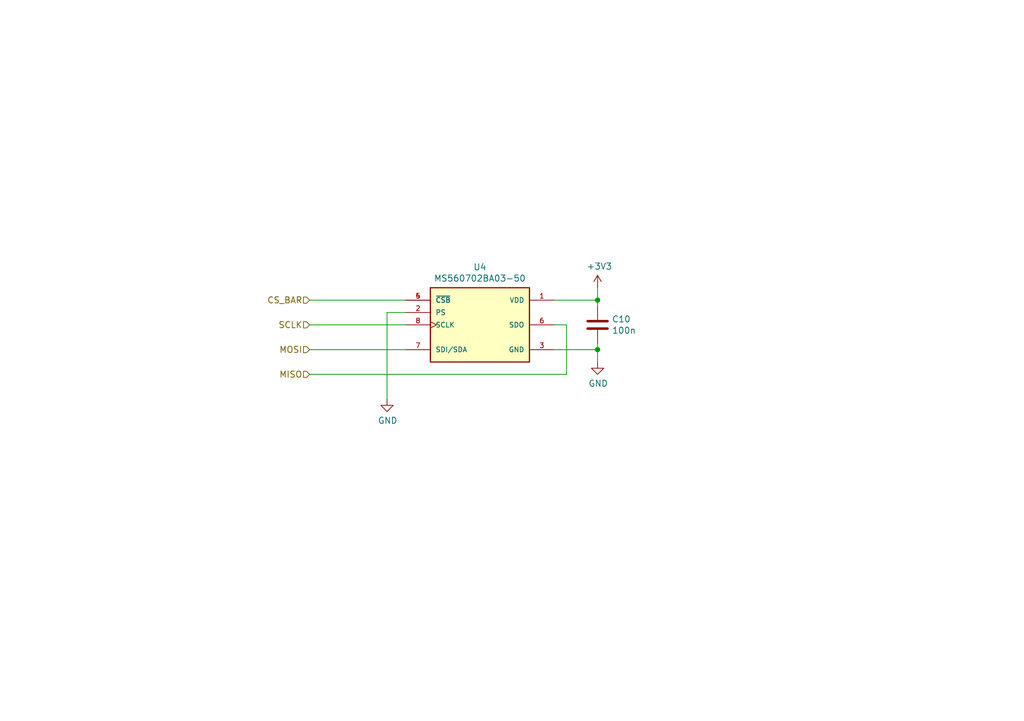
<source format=kicad_sch>
(kicad_sch (version 20211123) (generator eeschema)
  (paper "A5")
  (title_block (title "PAL 9000") (date "3/5/2022") (rev "2") (company "Purdue Space Program High Altitude"))
  (lib_symbols
    (symbol "Device:C" (pin_numbers hide) (pin_names (offset 0.254))
      (property "Reference" "C" (at 0.635 2.54 0))
      (property "Value" "C" (at 0.635 -2.54 0))
      (symbol "C_0_1"
        (polyline (pts (xy -2.032 -0.762) (xy 2.032 -0.762)) (stroke (width 0.508)))
        (polyline (pts (xy -2.032 0.762) (xy 2.032 0.762)) (stroke (width 0.508)))
      )
      (symbol "C_1_1"
        (pin passive line (at 0 3.81 270) (length 2.794) (name "~") (number "1"))
        (pin passive line (at 0 -3.81 90) (length 2.794) (name "~") (number "2"))
      )
    )
    (symbol "MS560702BA03-50:MS560702BA03-50" (pin_names (offset 1.016))
      (property "Reference" "U" (at -10.16 8.382 0))
      (property "Value" "MS560702BA03-50" (at -10.16 -10.16 0))
      (symbol "MS560702BA03-50_0_0"
        (rectangle (start -10.16 -7.62) (end 10.16 7.62) (stroke (width 0.254)) (fill (type background)))
        (pin power_in line (at 15.24 5.08 180) (length 5.08) (name "VDD") (number "1"))
        (pin input line (at -15.24 2.54 0) (length 5.08) (name "PS") (number "2"))
        (pin power_in line (at 15.24 -5.08 180) (length 5.08) (name "GND") (number "3"))
        (pin input line (at -15.24 5.08 0) (length 5.08) (name "~{CSB}") (number "4"))
        (pin input line (at -15.24 5.08 0) (length 5.08) (name "~{CSB}") (number "5"))
        (pin output line (at 15.24 0 180) (length 5.08) (name "SDO") (number "6"))
        (pin bidirectional line (at -15.24 -5.08 0) (length 5.08) (name "SDI/SDA") (number "7"))
        (pin input clock (at -15.24 0 0) (length 5.08) (name "SCLK") (number "8"))
      )
    )
    (symbol "power:+3V3" (power) (pin_names (offset 0))
      (property "Value" "+3V3" (at 0 3.556 0))
      (symbol "+3V3_0_1"
        (polyline (pts (xy -0.762 1.27) (xy 0 2.54)))
        (polyline (pts (xy 0 0) (xy 0 2.54)))
        (polyline (pts (xy 0 2.54) (xy 0.762 1.27)))
      )
      (symbol "+3V3_1_1"
        (pin power_in line (at 0 0 90) (length 0) hide (name "+3V3") (number "1"))
      )
    )
    (symbol "power:GND" (power) (pin_names (offset 0))
      (property "Value" "GND" (at 0 -3.81 0))
      (symbol "GND_0_1"
        (polyline (pts (xy 0 0) (xy 0 -1.27) (xy 1.27 -1.27) (xy 0 -2.54) (xy -1.27 -1.27) (xy 0 -1.27)))
      )
      (symbol "GND_1_1"
        (pin power_in line (at 0 0 270) (length 0) hide (name "GND") (number "1"))
      )
    )
  )
  (junction (at 122.555 61.595))
  (junction (at 122.555 71.755))
  (wire (pts (xy 79.375 64.135) (xy 83.185 64.135)))
  (wire (pts (xy 79.375 81.915) (xy 79.375 64.135)))
  (wire (pts (xy 122.555 74.295) (xy 122.555 71.755)))
  (wire (pts (xy 116.205 66.675) (xy 116.205 76.835)))
  (wire (pts (xy 122.555 59.055) (xy 122.555 61.595)))
  (wire (pts (xy 63.5 71.755) (xy 83.185 71.755)))
  (wire (pts (xy 63.5 66.675) (xy 83.185 66.675)))
  (wire (pts (xy 122.555 70.485) (xy 122.555 71.755)))
  (wire (pts (xy 122.555 71.755) (xy 113.665 71.755)))
  (wire (pts (xy 122.555 61.595) (xy 113.665 61.595)))
  (wire (pts (xy 113.665 66.675) (xy 116.205 66.675)))
  (wire (pts (xy 63.5 76.835) (xy 116.205 76.835)))
  (wire (pts (xy 122.555 61.595) (xy 122.555 62.865)))
  (wire (pts (xy 63.5 61.595) (xy 83.185 61.595)))
  (hierarchical_label "MOSI" (shape input) (at 63.5 71.755 180))
  (hierarchical_label "CS_BAR" (shape input) (at 63.5 61.595 180))
  (hierarchical_label "MISO" (shape input) (at 63.5 76.835 180))
  (hierarchical_label "SCLK" (shape input) (at 63.5 66.675 180))
  (symbol (lib_id "power:+3V3") (at 122.555 59.055 0) (unit 1)
    (property "Reference" "#PWR020" (effects hide))
    (property "Value" "+3V3" (at 122.936 54.6608 0))
  )
  (symbol (lib_id "MS560702BA03-50:MS560702BA03-50") (at 98.425 66.675 0) (unit 1)
    (property "Reference" "U4" (at 98.425 54.8132 0))
    (property "Value" "MS560702BA03-50" (at 98.425 57.1246 0))
    (property "Footprint" "footprints:SON125P300X500X100-8N" (effects hide))
    (property "Comment" "MS560702BA03-50" (effects hide))
  )
  (symbol (lib_id "power:GND") (at 122.555 74.295 0) (unit 1)
    (property "Reference" "#PWR021" (effects hide))
    (property "Value" "GND" (at 122.682 78.6892 0))
  )
  (symbol (lib_id "Device:C") (at 122.555 66.675 0) (unit 1)
    (property "Reference" "C10" (at 125.476 65.5066 0) (effects (justify left)))
    (property "Value" "100n" (at 125.476 67.818 0) (effects (justify left)))
    (property "Footprint" "Capacitor_SMD:C_0603_1608Metric" (effects hide))
  )
  (symbol (lib_id "power:GND") (at 79.375 81.915 0) (unit 1)
    (property "Reference" "#PWR019" (effects hide))
    (property "Value" "GND" (at 79.502 86.3092 0))
  )
)
</source>
